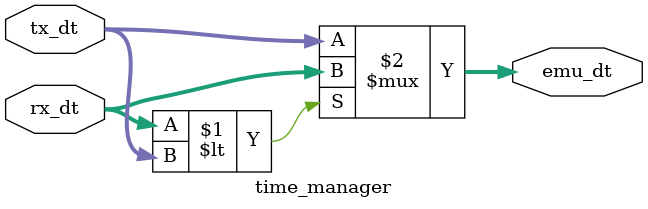
<source format=sv>
module time_manager (
    input wire logic signed [31:0] rx_dt,
    input wire logic signed [31:0] tx_dt,
    output wire logic signed [31:0] emu_dt
);

    assign emu_dt = rx_dt < tx_dt ? rx_dt : tx_dt;

endmodule

</source>
